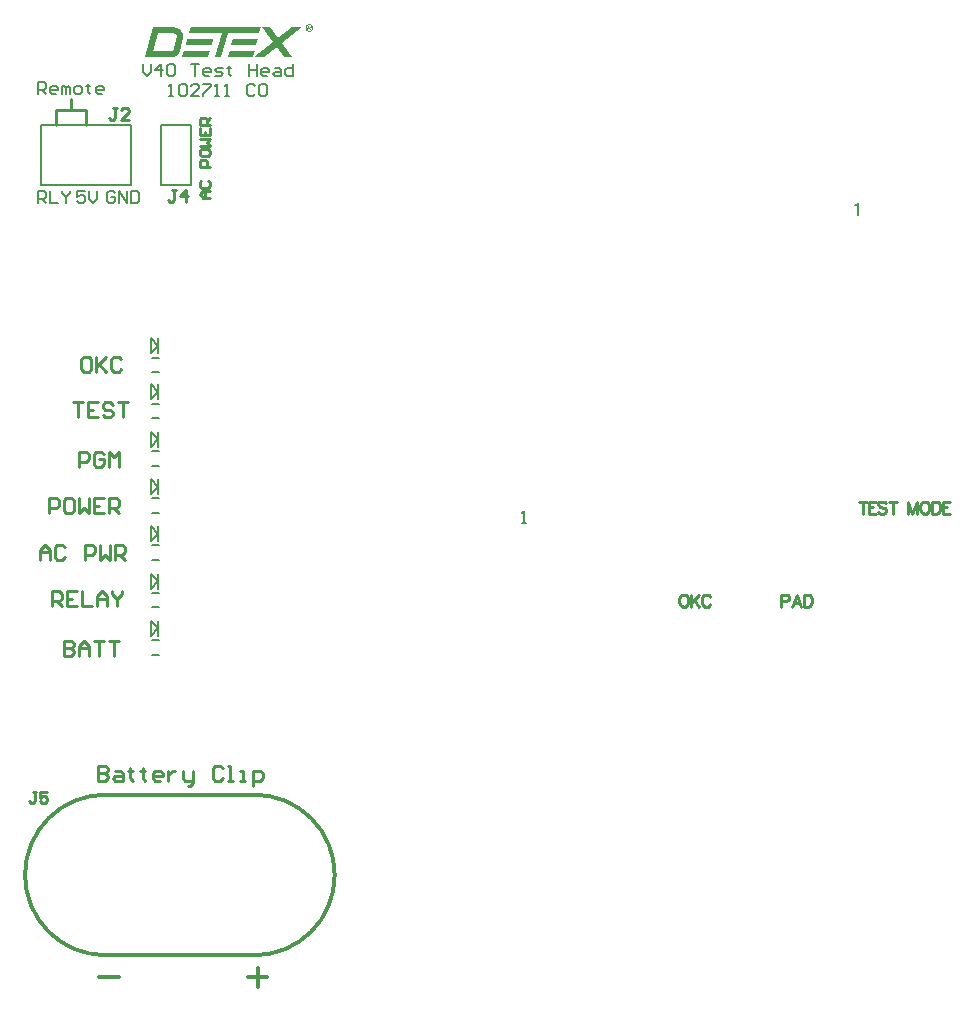
<source format=gto>
G04 Layer_Color=65535*
%FSLAX24Y24*%
%MOIN*%
G70*
G01*
G75*
%ADD11C,0.0100*%
%ADD12C,0.0120*%
%ADD30C,0.0040*%
%ADD31C,0.0079*%
%ADD32C,0.0080*%
G36*
X5141Y32356D02*
X5166Y32354D01*
X5199Y32346D01*
X5226Y32336D01*
X5259Y32321D01*
X5286Y32304D01*
X5319Y32281D01*
X5344Y32254D01*
X5364Y32231D01*
X5386Y32196D01*
X5404Y32156D01*
X5416Y32114D01*
X5424Y32071D01*
X5421Y32024D01*
X5419Y31989D01*
X5304Y31566D01*
X5294Y31539D01*
X5279Y31511D01*
X5259Y31476D01*
X5234Y31446D01*
X5204Y31421D01*
X5179Y31401D01*
X5156Y31386D01*
X5129Y31376D01*
X5091Y31361D01*
X5049Y31354D01*
X5026Y31351D01*
X4156D01*
X4426Y32359D01*
X5111D01*
X5141Y32356D01*
D02*
G37*
G36*
X6264Y31351D02*
X5401D01*
X5459Y31561D01*
X6321D01*
X6264Y31351D01*
D02*
G37*
G36*
X9666Y32411D02*
X9670Y32411D01*
X9675Y32410D01*
X9679Y32410D01*
X9684Y32409D01*
X9688Y32407D01*
X9688D01*
X9688Y32407D01*
X9690Y32407D01*
X9691Y32406D01*
X9694Y32404D01*
X9697Y32402D01*
X9699Y32400D01*
X9702Y32397D01*
X9704Y32393D01*
X9705Y32393D01*
X9705Y32392D01*
X9706Y32389D01*
X9708Y32387D01*
X9709Y32383D01*
X9710Y32379D01*
X9711Y32374D01*
X9711Y32369D01*
Y32369D01*
Y32368D01*
Y32367D01*
X9711Y32366D01*
X9710Y32364D01*
X9710Y32362D01*
X9710Y32360D01*
X9709Y32357D01*
X9708Y32352D01*
X9706Y32346D01*
X9704Y32343D01*
X9703Y32341D01*
X9701Y32338D01*
X9699Y32335D01*
X9698Y32335D01*
X9698Y32335D01*
X9697Y32334D01*
X9696Y32333D01*
X9695Y32332D01*
X9694Y32331D01*
X9692Y32330D01*
X9689Y32328D01*
X9687Y32327D01*
X9684Y32326D01*
X9681Y32324D01*
X9678Y32323D01*
X9674Y32322D01*
X9670Y32321D01*
X9666Y32320D01*
X9662Y32319D01*
X9662Y32319D01*
X9663Y32318D01*
X9664Y32317D01*
X9666Y32315D01*
X9667Y32313D01*
X9669Y32310D01*
X9671Y32307D01*
X9673Y32304D01*
X9674Y32304D01*
X9674Y32303D01*
X9675Y32302D01*
X9675Y32301D01*
X9676Y32299D01*
X9678Y32297D01*
X9679Y32294D01*
X9681Y32291D01*
X9682Y32287D01*
X9684Y32283D01*
X9686Y32279D01*
X9688Y32274D01*
X9691Y32269D01*
X9693Y32263D01*
X9696Y32258D01*
X9698Y32251D01*
X9663D01*
Y32252D01*
X9663Y32252D01*
X9662Y32253D01*
X9662Y32254D01*
X9661Y32255D01*
X9661Y32257D01*
X9660Y32259D01*
X9659Y32262D01*
X9658Y32264D01*
X9657Y32267D01*
X9655Y32271D01*
X9654Y32275D01*
X9652Y32279D01*
X9650Y32283D01*
X9648Y32288D01*
X9646Y32293D01*
Y32294D01*
X9646Y32294D01*
X9645Y32295D01*
X9645Y32296D01*
X9643Y32298D01*
X9642Y32302D01*
X9639Y32305D01*
X9637Y32309D01*
X9634Y32312D01*
X9633Y32313D01*
X9632Y32314D01*
X9631Y32314D01*
X9631Y32315D01*
X9630Y32315D01*
X9628Y32316D01*
X9626Y32316D01*
X9623Y32317D01*
X9619Y32317D01*
X9615Y32317D01*
X9602D01*
X9588Y32251D01*
X9555D01*
X9589Y32411D01*
X9664D01*
X9666Y32411D01*
D02*
G37*
G36*
X7804Y31559D02*
X7746Y31349D01*
X6916D01*
X6974Y31561D01*
X7804Y31559D01*
D02*
G37*
G36*
X7961Y32149D02*
X6916D01*
X6701Y31351D01*
X6494D01*
X6706Y32149D01*
X5616D01*
X5671Y32359D01*
X8016D01*
X7961Y32149D01*
D02*
G37*
G36*
X7854Y31749D02*
X7024D01*
X7081Y31959D01*
X7909D01*
X7854Y31749D01*
D02*
G37*
G36*
X8709Y31824D02*
X9064Y31351D01*
X8801D01*
X8546Y31694D01*
X8116Y31351D01*
X7781D01*
X8421Y31861D01*
X8051Y32359D01*
X8314D01*
X8586Y31991D01*
X9046Y32359D01*
X9381D01*
X8709Y31824D01*
D02*
G37*
G36*
X6371Y31749D02*
X5509D01*
X5566Y31959D01*
X6429D01*
X6371Y31749D01*
D02*
G37*
%LPC*%
G36*
X4589Y32154D02*
X4426Y31545D01*
X4431Y31561D01*
X5021D01*
X5046Y31566D01*
X5056Y31571D01*
X5071Y31581D01*
X5084Y31594D01*
X5094Y31606D01*
X5104Y31626D01*
X5111Y31651D01*
X5214Y32066D01*
X5211Y32079D01*
X5206Y32089D01*
X5199Y32101D01*
X5184Y32116D01*
X5174Y32129D01*
X5146Y32144D01*
X5131Y32149D01*
X5111Y32151D01*
X4589Y32149D01*
X4589Y32154D01*
D02*
G37*
G36*
X9657Y32384D02*
X9616D01*
X9607Y32341D01*
X9631D01*
X9633Y32342D01*
X9639Y32342D01*
X9645Y32342D01*
X9650Y32343D01*
X9653Y32343D01*
X9655Y32343D01*
X9658Y32344D01*
X9659Y32344D01*
X9660Y32345D01*
X9661Y32345D01*
X9662Y32346D01*
X9664Y32347D01*
X9667Y32348D01*
X9669Y32350D01*
X9671Y32352D01*
X9673Y32354D01*
X9673Y32355D01*
X9674Y32355D01*
X9675Y32357D01*
X9676Y32359D01*
X9676Y32361D01*
X9677Y32363D01*
X9678Y32366D01*
X9678Y32369D01*
Y32369D01*
Y32370D01*
X9678Y32372D01*
X9677Y32374D01*
X9676Y32376D01*
X9675Y32378D01*
X9673Y32380D01*
X9671Y32382D01*
X9671Y32382D01*
X9670Y32382D01*
X9669Y32383D01*
X9667Y32383D01*
X9664Y32383D01*
X9661Y32384D01*
X9657Y32384D01*
D02*
G37*
%LPD*%
D11*
X1700Y29600D02*
Y29973D01*
X1200Y29100D02*
Y29600D01*
X2200D01*
Y29100D02*
Y29600D01*
X2580Y7744D02*
Y7244D01*
X2830D01*
X2913Y7328D01*
Y7411D01*
X2830Y7494D01*
X2580D01*
X2830D01*
X2913Y7578D01*
Y7661D01*
X2830Y7744D01*
X2580D01*
X3163Y7578D02*
X3329D01*
X3413Y7494D01*
Y7244D01*
X3163D01*
X3079Y7328D01*
X3163Y7411D01*
X3413D01*
X3663Y7661D02*
Y7578D01*
X3579D01*
X3746D01*
X3663D01*
Y7328D01*
X3746Y7244D01*
X4079Y7661D02*
Y7578D01*
X3996D01*
X4162D01*
X4079D01*
Y7328D01*
X4162Y7244D01*
X4662D02*
X4496D01*
X4412Y7328D01*
Y7494D01*
X4496Y7578D01*
X4662D01*
X4746Y7494D01*
Y7411D01*
X4412D01*
X4912Y7578D02*
Y7244D01*
Y7411D01*
X4996Y7494D01*
X5079Y7578D01*
X5162D01*
X5412D02*
Y7328D01*
X5495Y7244D01*
X5745D01*
Y7161D01*
X5662Y7078D01*
X5579D01*
X5745Y7244D02*
Y7578D01*
X6745Y7661D02*
X6662Y7744D01*
X6495D01*
X6412Y7661D01*
Y7328D01*
X6495Y7244D01*
X6662D01*
X6745Y7328D01*
X6912Y7244D02*
X7078D01*
X6995D01*
Y7744D01*
X6912D01*
X7328Y7244D02*
X7495D01*
X7411D01*
Y7578D01*
X7328D01*
X7745Y7078D02*
Y7578D01*
X7995D01*
X8078Y7494D01*
Y7328D01*
X7995Y7244D01*
X7745D01*
X5182Y26942D02*
X5048D01*
X5115D01*
Y26609D01*
X5048Y26542D01*
X4982D01*
X4915Y26609D01*
X5515Y26542D02*
Y26942D01*
X5315Y26742D01*
X5581D01*
X3227Y29680D02*
X3093D01*
X3160D01*
Y29347D01*
X3093Y29280D01*
X3027D01*
X2960Y29347D01*
X3626Y29280D02*
X3360D01*
X3626Y29547D01*
Y29613D01*
X3560Y29680D01*
X3427D01*
X3360Y29613D01*
X533Y6850D02*
X417D01*
X475D01*
Y6558D01*
X417Y6500D01*
X358D01*
X300Y6558D01*
X883Y6850D02*
X650D01*
Y6675D01*
X767Y6733D01*
X825D01*
X883Y6675D01*
Y6558D01*
X825Y6500D01*
X708D01*
X650Y6558D01*
X1740Y19860D02*
X2073D01*
X1907D01*
Y19360D01*
X2573Y19860D02*
X2240D01*
Y19360D01*
X2573D01*
X2240Y19610D02*
X2406D01*
X3073Y19777D02*
X2990Y19860D01*
X2823D01*
X2740Y19777D01*
Y19693D01*
X2823Y19610D01*
X2990D01*
X3073Y19527D01*
Y19443D01*
X2990Y19360D01*
X2823D01*
X2740Y19443D01*
X3240Y19860D02*
X3573D01*
X3406D01*
Y19360D01*
X1950Y17700D02*
Y18200D01*
X2200D01*
X2283Y18117D01*
Y17950D01*
X2200Y17867D01*
X1950D01*
X2783Y18117D02*
X2700Y18200D01*
X2533D01*
X2450Y18117D01*
Y17783D01*
X2533Y17700D01*
X2700D01*
X2783Y17783D01*
Y17950D01*
X2616D01*
X2950Y17700D02*
Y18200D01*
X3116Y18033D01*
X3283Y18200D01*
Y17700D01*
X950Y16164D02*
Y16664D01*
X1200D01*
X1283Y16581D01*
Y16414D01*
X1200Y16331D01*
X950D01*
X1700Y16664D02*
X1533D01*
X1450Y16581D01*
Y16247D01*
X1533Y16164D01*
X1700D01*
X1783Y16247D01*
Y16581D01*
X1700Y16664D01*
X1950D02*
Y16164D01*
X2116Y16331D01*
X2283Y16164D01*
Y16664D01*
X2783D02*
X2450D01*
Y16164D01*
X2783D01*
X2450Y16414D02*
X2616D01*
X2949Y16164D02*
Y16664D01*
X3199D01*
X3283Y16581D01*
Y16414D01*
X3199Y16331D01*
X2949D01*
X3116D02*
X3283Y16164D01*
X650Y14600D02*
Y14933D01*
X817Y15100D01*
X983Y14933D01*
Y14600D01*
Y14850D01*
X650D01*
X1483Y15017D02*
X1400Y15100D01*
X1233D01*
X1150Y15017D01*
Y14683D01*
X1233Y14600D01*
X1400D01*
X1483Y14683D01*
X2150Y14600D02*
Y15100D01*
X2399D01*
X2483Y15017D01*
Y14850D01*
X2399Y14767D01*
X2150D01*
X2649Y15100D02*
Y14600D01*
X2816Y14767D01*
X2983Y14600D01*
Y15100D01*
X3149Y14600D02*
Y15100D01*
X3399D01*
X3482Y15017D01*
Y14850D01*
X3399Y14767D01*
X3149D01*
X3316D02*
X3482Y14600D01*
X1050Y13064D02*
Y13564D01*
X1300D01*
X1383Y13480D01*
Y13314D01*
X1300Y13230D01*
X1050D01*
X1217D02*
X1383Y13064D01*
X1883Y13564D02*
X1550D01*
Y13064D01*
X1883D01*
X1550Y13314D02*
X1716D01*
X2050Y13564D02*
Y13064D01*
X2383D01*
X2550D02*
Y13397D01*
X2716Y13564D01*
X2883Y13397D01*
Y13064D01*
Y13314D01*
X2550D01*
X3049Y13564D02*
Y13480D01*
X3216Y13314D01*
X3383Y13480D01*
Y13564D01*
X3216Y13314D02*
Y13064D01*
X1450Y11900D02*
Y11400D01*
X1700D01*
X1783Y11484D01*
Y11567D01*
X1700Y11650D01*
X1450D01*
X1700D01*
X1783Y11734D01*
Y11817D01*
X1700Y11900D01*
X1450D01*
X1950Y11400D02*
Y11734D01*
X2116Y11900D01*
X2283Y11734D01*
Y11400D01*
Y11650D01*
X1950D01*
X2450Y11900D02*
X2783D01*
X2616D01*
Y11400D01*
X2950Y11900D02*
X3283D01*
X3116D01*
Y11400D01*
X6321Y26664D02*
X6088D01*
X5971Y26781D01*
X6088Y26897D01*
X6321D01*
X6146D01*
Y26664D01*
X6030Y27247D02*
X5971Y27189D01*
Y27072D01*
X6030Y27014D01*
X6263D01*
X6321Y27072D01*
Y27189D01*
X6263Y27247D01*
X6321Y27714D02*
X5971D01*
Y27889D01*
X6030Y27947D01*
X6146D01*
X6205Y27889D01*
Y27714D01*
X5971Y28239D02*
Y28122D01*
X6030Y28064D01*
X6263D01*
X6321Y28122D01*
Y28239D01*
X6263Y28297D01*
X6030D01*
X5971Y28239D01*
Y28414D02*
X6321D01*
X6205Y28530D01*
X6321Y28647D01*
X5971D01*
Y28997D02*
Y28763D01*
X6321D01*
Y28997D01*
X6146Y28763D02*
Y28880D01*
X6321Y29113D02*
X5971D01*
Y29288D01*
X6030Y29347D01*
X6146D01*
X6205Y29288D01*
Y29113D01*
Y29230D02*
X6321Y29347D01*
X22076Y13445D02*
X22038Y13426D01*
X22000Y13388D01*
X21981Y13349D01*
X21962Y13292D01*
Y13197D01*
X21981Y13140D01*
X22000Y13102D01*
X22038Y13064D01*
X22076Y13045D01*
X22152D01*
X22190Y13064D01*
X22229Y13102D01*
X22248Y13140D01*
X22267Y13197D01*
Y13292D01*
X22248Y13349D01*
X22229Y13388D01*
X22190Y13426D01*
X22152Y13445D01*
X22076D01*
X22360D02*
Y13045D01*
X22627Y13445D02*
X22360Y13178D01*
X22455Y13273D02*
X22627Y13045D01*
X23002Y13349D02*
X22983Y13388D01*
X22945Y13426D01*
X22906Y13445D01*
X22830D01*
X22792Y13426D01*
X22754Y13388D01*
X22735Y13349D01*
X22716Y13292D01*
Y13197D01*
X22735Y13140D01*
X22754Y13102D01*
X22792Y13064D01*
X22830Y13045D01*
X22906D01*
X22945Y13064D01*
X22983Y13102D01*
X23002Y13140D01*
X25362Y13235D02*
X25533D01*
X25590Y13254D01*
X25609Y13273D01*
X25628Y13311D01*
Y13369D01*
X25609Y13407D01*
X25590Y13426D01*
X25533Y13445D01*
X25362D01*
Y13045D01*
X26023D02*
X25870Y13445D01*
X25718Y13045D01*
X25775Y13178D02*
X25966D01*
X26116Y13445D02*
Y13045D01*
Y13445D02*
X26249D01*
X26306Y13426D01*
X26345Y13388D01*
X26364Y13349D01*
X26383Y13292D01*
Y13197D01*
X26364Y13140D01*
X26345Y13102D01*
X26306Y13064D01*
X26249Y13045D01*
X26116D01*
X28095Y16545D02*
Y16145D01*
X27962Y16545D02*
X28228D01*
X28524D02*
X28276D01*
Y16145D01*
X28524D01*
X28276Y16354D02*
X28428D01*
X28857Y16488D02*
X28819Y16526D01*
X28762Y16545D01*
X28686D01*
X28628Y16526D01*
X28590Y16488D01*
Y16450D01*
X28609Y16411D01*
X28628Y16392D01*
X28667Y16373D01*
X28781Y16335D01*
X28819Y16316D01*
X28838Y16297D01*
X28857Y16259D01*
Y16202D01*
X28819Y16164D01*
X28762Y16145D01*
X28686D01*
X28628Y16164D01*
X28590Y16202D01*
X29080Y16545D02*
Y16145D01*
X28946Y16545D02*
X29213D01*
X29575D02*
Y16145D01*
Y16545D02*
X29727Y16145D01*
X29880Y16545D02*
X29727Y16145D01*
X29880Y16545D02*
Y16145D01*
X30108Y16545D02*
X30070Y16526D01*
X30032Y16488D01*
X30013Y16450D01*
X29994Y16392D01*
Y16297D01*
X30013Y16240D01*
X30032Y16202D01*
X30070Y16164D01*
X30108Y16145D01*
X30184D01*
X30222Y16164D01*
X30260Y16202D01*
X30279Y16240D01*
X30299Y16297D01*
Y16392D01*
X30279Y16450D01*
X30260Y16488D01*
X30222Y16526D01*
X30184Y16545D01*
X30108D01*
X30392D02*
Y16145D01*
Y16545D02*
X30525D01*
X30582Y16526D01*
X30620Y16488D01*
X30639Y16450D01*
X30658Y16392D01*
Y16297D01*
X30639Y16240D01*
X30620Y16202D01*
X30582Y16164D01*
X30525Y16145D01*
X30392D01*
X30996Y16545D02*
X30748D01*
Y16145D01*
X30996D01*
X30748Y16354D02*
X30900D01*
X2270Y21380D02*
X2103D01*
X2020Y21297D01*
Y20963D01*
X2103Y20880D01*
X2270D01*
X2353Y20963D01*
Y21297D01*
X2270Y21380D01*
X2520D02*
Y20880D01*
Y21047D01*
X2853Y21380D01*
X2603Y21130D01*
X2853Y20880D01*
X3353Y21297D02*
X3270Y21380D01*
X3103D01*
X3020Y21297D01*
Y20963D01*
X3103Y20880D01*
X3270D01*
X3353Y20963D01*
D12*
X2835Y6774D02*
G03*
X2835Y1424I-7J-2675D01*
G01*
X7785D02*
G03*
X7785Y6774I17J2675D01*
G01*
X2835Y1424D02*
X7785D01*
X2835Y6774D02*
X7785D01*
X3275Y683D02*
X2632D01*
X7903Y362D02*
Y1004D01*
X8225Y683D02*
X7582D01*
D30*
X9753Y32331D02*
G03*
X9753Y32331I-120J0D01*
G01*
D31*
X4351Y12072D02*
Y12572D01*
Y12072D02*
X4601Y12322D01*
X4351Y12572D02*
X4601Y12322D01*
Y12072D02*
Y12572D01*
X4394Y11932D02*
X4630D01*
X4394Y11440D02*
X4630D01*
X4700Y27100D02*
Y29100D01*
Y27100D02*
X5700D01*
Y29100D01*
X4700D02*
X5700D01*
X1783Y27100D02*
X3700D01*
X700D02*
X3700D01*
X700Y29100D02*
X3700D01*
X700Y27100D02*
Y29100D01*
X3700Y27100D02*
Y29100D01*
X4344Y15221D02*
Y15721D01*
Y15221D02*
X4594Y15471D01*
X4344Y15721D02*
X4594Y15471D01*
Y15221D02*
Y15721D01*
X4387Y15081D02*
X4623D01*
X4387Y14589D02*
X4623D01*
X4344Y16796D02*
Y17296D01*
Y16796D02*
X4594Y17046D01*
X4344Y17296D02*
X4594Y17046D01*
Y16796D02*
Y17296D01*
X4387Y16656D02*
X4623D01*
X4387Y16164D02*
X4623D01*
X4344Y13646D02*
Y14146D01*
Y13646D02*
X4594Y13896D01*
X4344Y14146D02*
X4594Y13896D01*
Y13646D02*
Y14146D01*
X4387Y13507D02*
X4623D01*
X4387Y13015D02*
X4623D01*
X4344Y18371D02*
Y18871D01*
Y18371D02*
X4594Y18621D01*
X4344Y18871D02*
X4594Y18621D01*
Y18371D02*
Y18871D01*
X4387Y18231D02*
X4623D01*
X4387Y17739D02*
X4623D01*
X4344Y19951D02*
Y20451D01*
Y19951D02*
X4594Y20201D01*
X4344Y20451D02*
X4594Y20201D01*
Y19951D02*
Y20451D01*
X4387Y19811D02*
X4623D01*
X4387Y19319D02*
X4623D01*
X4339Y21486D02*
Y21986D01*
Y21486D02*
X4589Y21736D01*
X4339Y21986D02*
X4589Y21736D01*
Y21486D02*
Y21986D01*
X4382Y21346D02*
X4618D01*
X4382Y20854D02*
X4618D01*
X27832Y26423D02*
X27869Y26442D01*
X27926Y26498D01*
Y26105D01*
D32*
X4093Y31121D02*
Y30855D01*
X4226Y30721D01*
X4360Y30855D01*
Y31121D01*
X4693Y30721D02*
Y31121D01*
X4493Y30921D01*
X4760D01*
X4893Y31055D02*
X4959Y31121D01*
X5093D01*
X5159Y31055D01*
Y30788D01*
X5093Y30721D01*
X4959D01*
X4893Y30788D01*
Y31055D01*
X5693Y31121D02*
X5959D01*
X5826D01*
Y30721D01*
X6292D02*
X6159D01*
X6092Y30788D01*
Y30921D01*
X6159Y30988D01*
X6292D01*
X6359Y30921D01*
Y30855D01*
X6092D01*
X6492Y30721D02*
X6692D01*
X6759Y30788D01*
X6692Y30855D01*
X6559D01*
X6492Y30921D01*
X6559Y30988D01*
X6759D01*
X6959Y31055D02*
Y30988D01*
X6892D01*
X7025D01*
X6959D01*
Y30788D01*
X7025Y30721D01*
X7625Y31121D02*
Y30721D01*
Y30921D01*
X7892D01*
Y31121D01*
Y30721D01*
X8225D02*
X8092D01*
X8025Y30788D01*
Y30921D01*
X8092Y30988D01*
X8225D01*
X8292Y30921D01*
Y30855D01*
X8025D01*
X8492Y30988D02*
X8625D01*
X8692Y30921D01*
Y30721D01*
X8492D01*
X8425Y30788D01*
X8492Y30855D01*
X8692D01*
X9091Y31121D02*
Y30721D01*
X8892D01*
X8825Y30788D01*
Y30921D01*
X8892Y30988D01*
X9091D01*
X4959Y30049D02*
X5093D01*
X5026D01*
Y30449D01*
X4959Y30383D01*
X5293D02*
X5359Y30449D01*
X5493D01*
X5559Y30383D01*
Y30116D01*
X5493Y30049D01*
X5359D01*
X5293Y30116D01*
Y30383D01*
X5959Y30049D02*
X5693D01*
X5959Y30316D01*
Y30383D01*
X5892Y30449D01*
X5759D01*
X5693Y30383D01*
X6092Y30449D02*
X6359D01*
Y30383D01*
X6092Y30116D01*
Y30049D01*
X6492D02*
X6626D01*
X6559D01*
Y30449D01*
X6492Y30383D01*
X6826Y30049D02*
X6959D01*
X6892D01*
Y30449D01*
X6826Y30383D01*
X7825D02*
X7759Y30449D01*
X7625D01*
X7559Y30383D01*
Y30116D01*
X7625Y30049D01*
X7759D01*
X7825Y30116D01*
X7958Y30383D02*
X8025Y30449D01*
X8158D01*
X8225Y30383D01*
Y30116D01*
X8158Y30049D01*
X8025D01*
X7958Y30116D01*
Y30383D01*
X570Y26500D02*
Y26900D01*
X770D01*
X837Y26833D01*
Y26700D01*
X770Y26633D01*
X570D01*
X703D02*
X837Y26500D01*
X970Y26900D02*
Y26500D01*
X1236D01*
X1370Y26900D02*
Y26833D01*
X1503Y26700D01*
X1636Y26833D01*
Y26900D01*
X1503Y26700D02*
Y26500D01*
X3167Y26833D02*
X3100Y26900D01*
X2967D01*
X2900Y26833D01*
Y26567D01*
X2967Y26500D01*
X3100D01*
X3167Y26567D01*
Y26700D01*
X3033D01*
X3300Y26500D02*
Y26900D01*
X3566Y26500D01*
Y26900D01*
X3700D02*
Y26500D01*
X3900D01*
X3966Y26567D01*
Y26833D01*
X3900Y26900D01*
X3700D01*
X2146D02*
X1879D01*
Y26700D01*
X2012Y26767D01*
X2079D01*
X2146Y26700D01*
Y26567D01*
X2079Y26500D01*
X1946D01*
X1879Y26567D01*
X2279Y26900D02*
Y26633D01*
X2412Y26500D01*
X2546Y26633D01*
Y26900D01*
X580Y30120D02*
Y30520D01*
X780D01*
X847Y30453D01*
Y30320D01*
X780Y30253D01*
X580D01*
X713D02*
X847Y30120D01*
X1180D02*
X1047D01*
X980Y30187D01*
Y30320D01*
X1047Y30387D01*
X1180D01*
X1246Y30320D01*
Y30253D01*
X980D01*
X1380Y30120D02*
Y30387D01*
X1446D01*
X1513Y30320D01*
Y30120D01*
Y30320D01*
X1580Y30387D01*
X1646Y30320D01*
Y30120D01*
X1846D02*
X1980D01*
X2046Y30187D01*
Y30320D01*
X1980Y30387D01*
X1846D01*
X1780Y30320D01*
Y30187D01*
X1846Y30120D01*
X2246Y30453D02*
Y30387D01*
X2179D01*
X2313D01*
X2246D01*
Y30187D01*
X2313Y30120D01*
X2713D02*
X2579D01*
X2513Y30187D01*
Y30320D01*
X2579Y30387D01*
X2713D01*
X2779Y30320D01*
Y30253D01*
X2513D01*
X16710Y15820D02*
X16843D01*
X16777D01*
Y16220D01*
X16710Y16153D01*
M02*

</source>
